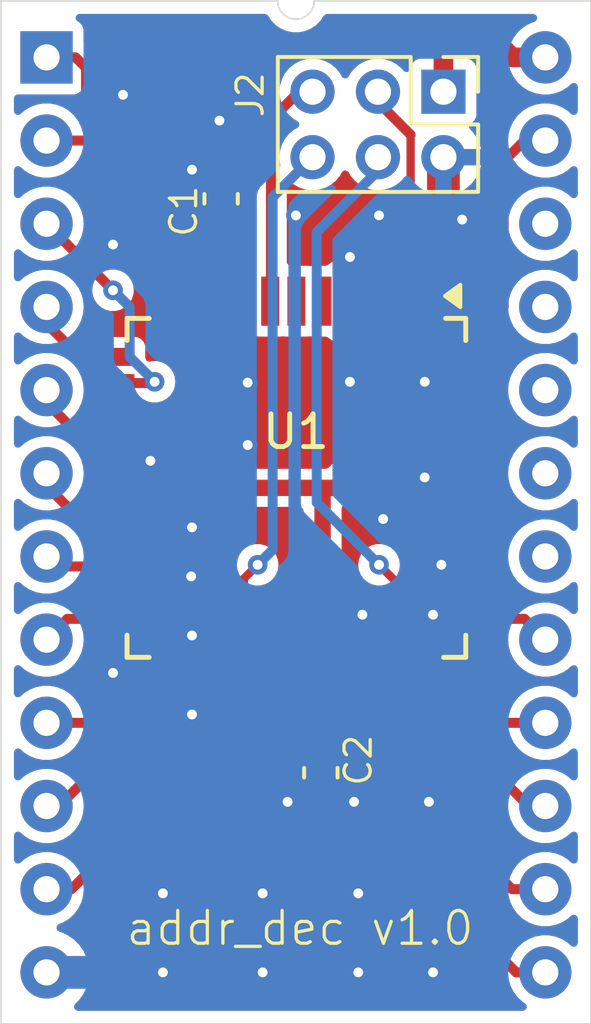
<source format=kicad_pcb>
(kicad_pcb (version 20240108) (generator "pcbnew") (generator_version "8.0")
  (layers (0 "F.Cu" signal) (31 "B.Cu" signal) (34 "B.Paste" user) (35 "F.Paste" user) (36 "B.SilkS" user "B.Silkscreen") (37 "F.SilkS" user "F.Silkscreen") (38 "B.Mask" user) (39 "F.Mask" user) (44 "Edge.Cuts" user))
  (net 0 "")
  (net 4 "GND")
  (net 6 "+5V")
  (net 7 "/TCK")
  (net 10 "/TDO")
  (net 12 "/TMS")
  (net 18 "/TDI")
  (net 21 "/A1")
  (net 22 "/A2")
  (net 23 "/A6")
  (net 24 "/D5")
  (net 25 "/A5")
  (net 26 "/A0")
  (net 27 "/D6")
  (net 28 "/D7")
  (net 29 "/A7")
  (net 30 "/D4")
  (net 31 "/D3")
  (net 32 "/D2")
  (net 33 "/A3")
  (net 34 "/D1")
  (net 35 "/A8")
  (net 36 "/A4")
  (net 37 "/D0")
  (footprint "Capacitor_SMD:C_0603_1608Metric_Pad1.08x0.95mm_HandSolder" (layer "F.Cu") (at 98.044 53.848 90)
    (property "Reference" "C1" (at -0.381 -1.143 90) (layer "F.SilkS") (effects (font (size 0.8 0.8) (thickness 0.1016) (bold yes))))
    (property "Value" "100nF" (hide yes))
    (fp_line (start -0.146267 -0.51) (end 0.146267 -0.51) (stroke (width 0.12)) (layer "F.SilkS"))
    (fp_line (start -0.146267 0.51) (end 0.146267 0.51) (stroke (width 0.12)) (layer "F.SilkS"))
    (pad "1" smd roundrect (at -0.8625 0 90) (size 1.075 0.95) (layers "F.Cu" "F.Paste" "F.Mask") (net 6 "+5V"))
    (pad "2" smd roundrect (at 0.8625 0 90) (size 1.075 0.95) (layers "F.Cu" "F.Paste" "F.Mask") (net 4 "GND"))
  )
  (footprint "Connector_PinHeader_2.00mm:PinHeader_2x03_P2.00mm_Vertical" (layer "F.Cu") (at 104.838 50.578 -90)
    (property "Reference" "J2" (at 0.095 5.905 90) (layer "F.SilkS") (effects (font (size 0.8 0.8) (thickness 0.1016) (bold yes))))
    (property "Value" "JTAG" (hide yes))
    (fp_line (start -1.06 5.06) (end 3.06 5.06) (stroke (width 0.12)) (layer "F.SilkS"))
    (fp_line (start -1.06 1) (end -1.06 5.06) (stroke (width 0.12)) (layer "F.SilkS"))
    (fp_line (start -1.06 1) (end 1 1) (stroke (width 0.12)) (layer "F.SilkS"))
    (fp_line (start 1 1) (end 1 -1.06) (stroke (width 0.12)) (layer "F.SilkS"))
    (fp_line (start -1.06 0) (end -1.06 -1.06) (stroke (width 0.12)) (layer "F.SilkS"))
    (fp_line (start -1.06 -1.06) (end 0 -1.06) (stroke (width 0.12)) (layer "F.SilkS"))
    (fp_line (start 1 -1.06) (end 3.06 -1.06) (stroke (width 0.12)) (layer "F.SilkS"))
    (fp_line (start 3.06 -1.06) (end 3.06 5.06) (stroke (width 0.12)) (layer "F.SilkS"))
    (pad "1" thru_hole rect (at 0 0 270) (size 1.35 1.35) (drill 0.8) (layers "*.Cu" "*.Mask") (net 6 "+5V"))
    (pad "2" thru_hole oval (at 2 0 270) (size 1.35 1.35) (drill 0.8) (layers "*.Cu" "*.Mask") (net 4 "GND"))
    (pad "3" thru_hole oval (at 0 2 270) (size 1.35 1.35) (drill 0.8) (layers "*.Cu" "*.Mask") (net 18 "/TDI"))
    (pad "4" thru_hole oval (at 2 2 270) (size 1.35 1.35) (drill 0.8) (layers "*.Cu" "*.Mask") (net 10 "/TDO"))
    (pad "5" thru_hole oval (at 0 4 270) (size 1.35 1.35) (drill 0.8) (layers "*.Cu" "*.Mask") (net 12 "/TMS"))
    (pad "6" thru_hole oval (at 2 4 270) (size 1.35 1.35) (drill 0.8) (layers "*.Cu" "*.Mask") (net 7 "/TCK"))
  )
  (footprint "Capacitor_SMD:C_0603_1608Metric_Pad1.08x0.95mm_HandSolder" (layer "F.Cu") (at 101.092 71.374 -90)
    (property "Reference" "C2" (at -0.381 -1.143 90) (layer "F.SilkS") (effects (font (size 0.8 0.8) (thickness 0.1016))))
    (property "Value" "100nF" (hide yes))
    (fp_line (start -0.146267 0.51) (end 0.146267 0.51) (stroke (width 0.12)) (layer "F.SilkS"))
    (fp_line (start -0.146267 -0.51) (end 0.146267 -0.51) (stroke (width 0.12)) (layer "F.SilkS"))
    (pad "1" smd roundrect (at -0.8625 0 270) (size 1.075 0.95) (layers "F.Cu" "F.Paste" "F.Mask") (net 6 "+5V"))
    (pad "2" smd roundrect (at 0.8625 0 270) (size 1.075 0.95) (layers "F.Cu" "F.Paste" "F.Mask") (net 4 "GND"))
  )
  (footprint "addr_dec:DIP-24_W15.24mm" (layer "F.Cu") (at 92.71 49.53)
    (property "Reference" "J1" (hide yes))
    (property "Value" "Plug" (hide yes))
    (pad "1" thru_hole rect (at 0 0) (size 1.6 1.6) (drill 0.8) (layers "*.Cu" "*.Mask") (net 29 "/A7"))
    (pad "2" thru_hole oval (at 0 2.54) (size 1.6 1.6) (drill 0.8) (layers "*.Cu" "*.Mask") (net 23 "/A6"))
    (pad "3" thru_hole oval (at 0 5.08) (size 1.6 1.6) (drill 0.8) (layers "*.Cu" "*.Mask") (net 25 "/A5"))
    (pad "4" thru_hole oval (at 0 7.62) (size 1.6 1.6) (drill 0.8) (layers "*.Cu" "*.Mask") (net 36 "/A4"))
    (pad "5" thru_hole oval (at 0 10.16) (size 1.6 1.6) (drill 0.8) (layers "*.Cu" "*.Mask") (net 33 "/A3"))
    (pad "6" thru_hole oval (at 0 12.7) (size 1.6 1.6) (drill 0.8) (layers "*.Cu" "*.Mask") (net 22 "/A2"))
    (pad "7" thru_hole oval (at 0 15.24) (size 1.6 1.6) (drill 0.8) (layers "*.Cu" "*.Mask") (net 21 "/A1"))
    (pad "8" thru_hole oval (at 0 17.78) (size 1.6 1.6) (drill 0.8) (layers "*.Cu" "*.Mask") (net 26 "/A0"))
    (pad "9" thru_hole oval (at 0 20.32) (size 1.6 1.6) (drill 0.8) (layers "*.Cu" "*.Mask") (net 37 "/D0"))
    (pad "10" thru_hole oval (at 0 22.86) (size 1.6 1.6) (drill 0.8) (layers "*.Cu" "*.Mask") (net 34 "/D1"))
    (pad "11" thru_hole oval (at 0 25.4) (size 1.6 1.6) (drill 0.8) (layers "*.Cu" "*.Mask") (net 32 "/D2"))
    (pad "12" thru_hole oval (at 0 27.94) (size 1.6 1.6) (drill 0.8) (layers "*.Cu" "*.Mask") (net 4 "GND"))
    (pad "13" thru_hole oval (at 15.24 27.94) (size 1.6 1.6) (drill 0.8) (layers "*.Cu" "*.Mask") (net 31 "/D3"))
    (pad "14" thru_hole oval (at 15.24 25.4) (size 1.6 1.6) (drill 0.8) (layers "*.Cu" "*.Mask") (net 30 "/D4"))
    (pad "15" thru_hole oval (at 15.24 22.86) (size 1.6 1.6) (drill 0.8) (layers "*.Cu" "*.Mask") (net 24 "/D5"))
    (pad "16" thru_hole oval (at 15.24 20.32) (size 1.6 1.6) (drill 0.8) (layers "*.Cu" "*.Mask") (net 27 "/D6"))
    (pad "17" thru_hole oval (at 15.24 17.78) (size 1.6 1.6) (drill 0.8) (layers "*.Cu" "*.Mask") (net 28 "/D7"))
    (pad "18" thru_hole oval (at 15.24 15.24) (size 1.6 1.6) (drill 0.8) (layers "*.Cu" "*.Mask"))
    (pad "19" thru_hole oval (at 15.24 12.7) (size 1.6 1.6) (drill 0.8) (layers "*.Cu" "*.Mask"))
    (pad "20" thru_hole oval (at 15.24 10.16) (size 1.6 1.6) (drill 0.8) (layers "*.Cu" "*.Mask"))
    (pad "21" thru_hole oval (at 15.24 7.62) (size 1.6 1.6) (drill 0.8) (layers "*.Cu" "*.Mask"))
    (pad "22" thru_hole oval (at 15.24 5.08) (size 1.6 1.6) (drill 0.8) (layers "*.Cu" "*.Mask"))
    (pad "23" thru_hole oval (at 15.24 2.54) (size 1.6 1.6) (drill 0.8) (layers "*.Cu" "*.Mask") (net 35 "/A8"))
    (pad "24" thru_hole oval (at 15.24 0) (size 1.6 1.6) (drill 0.8) (layers "*.Cu" "*.Mask") (net 6 "+5V"))
  )
  (footprint "Package_QFP:TQFP-44_10x10mm_P0.8mm" (layer "F.Cu") (at 100.345 62.675 -90)
    (property "Reference" "U1" (at -1.715 0.015 180) (layer "F.SilkS"))
    (property "Value" "ATF1502AS-xAx44" (hide yes))
    (fp_line (start -5.175 5.175) (end -4.5 5.175) (stroke (width 0.15)) (layer "F.SilkS"))
    (fp_line (start -5.175 5.175) (end -5.175 4.5) (stroke (width 0.15)) (layer "F.SilkS"))
    (fp_line (start 5.175 5.175) (end 4.5 5.175) (stroke (width 0.15)) (layer "F.SilkS"))
    (fp_line (start 5.175 5.175) (end 5.175 4.5) (stroke (width 0.15)) (layer "F.SilkS"))
    (fp_line (start -5.175 -5.175) (end -5.175 -4.56) (stroke (width 0.15)) (layer "F.SilkS"))
    (fp_line (start -5.175 -5.175) (end -4.5 -5.175) (stroke (width 0.15)) (layer "F.SilkS"))
    (fp_line (start 5.175 -5.175) (end 5.175 -4.5) (stroke (width 0.15)) (layer "F.SilkS"))
    (fp_line (start 5.175 -5.175) (end 4.5 -5.175) (stroke (width 0.15)) (layer "F.SilkS"))
    (fp_poly (pts (xy -5.86 -4.54) (xy -6.2 -5.01) (xy -5.52 -5.01) (xy -5.86 -4.54)) (stroke (width 0.12)) (fill solid) (layer "F.SilkS"))
    (pad "1" smd rect (at -5.7 -4 270) (size 1.5 0.55) (layers "F.Cu" "F.Paste" "F.Mask") (net 18 "/TDI"))
    (pad "2" smd rect (at -5.7 -3.2 270) (size 1.5 0.55) (layers "F.Cu" "F.Paste" "F.Mask"))
    (pad "3" smd rect (at -5.7 -2.4 270) (size 1.5 0.55) (layers "F.Cu" "F.Paste" "F.Mask"))
    (pad "4" smd rect (at -5.7 -1.6 270) (size 1.5 0.55) (layers "F.Cu" "F.Paste" "F.Mask") (net 4 "GND"))
    (pad "5" smd rect (at -5.7 -0.8 270) (size 1.5 0.55) (layers "F.Cu" "F.Paste" "F.Mask"))
    (pad "6" smd rect (at -5.7 0 270) (size 1.5 0.55) (layers "F.Cu" "F.Paste" "F.Mask"))
    (pad "7" smd rect (at -5.7 0.8 270) (size 1.5 0.55) (layers "F.Cu" "F.Paste" "F.Mask") (net 12 "/TMS"))
    (pad "8" smd rect (at -5.7 1.6 270) (size 1.5 0.55) (layers "F.Cu" "F.Paste" "F.Mask"))
    (pad "9" smd rect (at -5.7 2.4 270) (size 1.5 0.55) (layers "F.Cu" "F.Paste" "F.Mask") (net 6 "+5V"))
    (pad "10" smd rect (at -5.7 3.2 270) (size 1.5 0.55) (layers "F.Cu" "F.Paste" "F.Mask") (net 29 "/A7"))
    (pad "11" smd rect (at -5.7 4 270) (size 1.5 0.55) (layers "F.Cu" "F.Paste" "F.Mask") (net 23 "/A6"))
    (pad "12" smd rect (at -4 5.7) (size 1.5 0.55) (layers "F.Cu" "F.Paste" "F.Mask") (net 36 "/A4"))
    (pad "13" smd rect (at -3.2 5.7) (size 1.5 0.55) (layers "F.Cu" "F.Paste" "F.Mask") (net 25 "/A5"))
    (pad "14" smd rect (at -2.4 5.7) (size 1.5 0.55) (layers "F.Cu" "F.Paste" "F.Mask"))
    (pad "15" smd rect (at -1.6 5.7) (size 1.5 0.55) (layers "F.Cu" "F.Paste" "F.Mask") (net 33 "/A3"))
    (pad "16" smd rect (at -0.8 5.7) (size 1.5 0.55) (layers "F.Cu" "F.Paste" "F.Mask") (net 4 "GND"))
    (pad "17" smd rect (at 0 5.7) (size 1.5 0.55) (layers "F.Cu" "F.Paste" "F.Mask") (net 6 "+5V"))
    (pad "18" smd rect (at 0.8 5.7) (size 1.5 0.55) (layers "F.Cu" "F.Paste" "F.Mask") (net 22 "/A2"))
    (pad "19" smd rect (at 1.6 5.7) (size 1.5 0.55) (layers "F.Cu" "F.Paste" "F.Mask"))
    (pad "20" smd rect (at 2.4 5.7) (size 1.5 0.55) (layers "F.Cu" "F.Paste" "F.Mask") (net 21 "/A1"))
    (pad "21" smd rect (at 3.2 5.7) (size 1.5 0.55) (layers "F.Cu" "F.Paste" "F.Mask"))
    (pad "22" smd rect (at 4 5.7) (size 1.5 0.55) (layers "F.Cu" "F.Paste" "F.Mask") (net 26 "/A0"))
    (pad "23" smd rect (at 5.7 4 270) (size 1.5 0.55) (layers "F.Cu" "F.Paste" "F.Mask") (net 37 "/D0"))
    (pad "24" smd rect (at 5.7 3.2 270) (size 1.5 0.55) (layers "F.Cu" "F.Paste" "F.Mask") (net 4 "GND"))
    (pad "25" smd rect (at 5.7 2.4 270) (size 1.5 0.55) (layers "F.Cu" "F.Paste" "F.Mask") (net 34 "/D1"))
    (pad "26" smd rect (at 5.7 1.6 270) (size 1.5 0.55) (layers "F.Cu" "F.Paste" "F.Mask") (net 7 "/TCK"))
    (pad "27" smd rect (at 5.7 0.8 270) (size 1.5 0.55) (layers "F.Cu" "F.Paste" "F.Mask") (net 32 "/D2"))
    (pad "28" smd rect (at 5.7 0 270) (size 1.5 0.55) (layers "F.Cu" "F.Paste" "F.Mask") (net 31 "/D3"))
    (pad "29" smd rect (at 5.7 -0.8 270) (size 1.5 0.55) (layers "F.Cu" "F.Paste" "F.Mask") (net 6 "+5V"))
    (pad "30" smd rect (at 5.7 -1.6 270) (size 1.5 0.55) (layers "F.Cu" "F.Paste" "F.Mask") (net 30 "/D4"))
    (pad "31" smd rect (at 5.7 -2.4 270) (size 1.5 0.55) (layers "F.Cu" "F.Paste" "F.Mask") (net 24 "/D5"))
    (pad "32" smd rect (at 5.7 -3.2 270) (size 1.5 0.55) (layers "F.Cu" "F.Paste" "F.Mask") (net 10 "/TDO"))
    (pad "33" smd rect (at 5.7 -4 270) (size 1.5 0.55) (layers "F.Cu" "F.Paste" "F.Mask") (net 27 "/D6"))
    (pad "34" smd rect (at 4 -5.7) (size 1.5 0.55) (layers "F.Cu" "F.Paste" "F.Mask") (net 28 "/D7"))
    (pad "35" smd rect (at 3.2 -5.7) (size 1.5 0.55) (layers "F.Cu" "F.Paste" "F.Mask"))
    (pad "36" smd rect (at 2.4 -5.7) (size 1.5 0.55) (layers "F.Cu" "F.Paste" "F.Mask") (net 4 "GND"))
    (pad "37" smd rect (at 1.6 -5.7) (size 1.5 0.55) (layers "F.Cu" "F.Paste" "F.Mask"))
    (pad "38" smd rect (at 0.8 -5.7) (size 1.5 0.55) (layers "F.Cu" "F.Paste" "F.Mask"))
    (pad "39" smd rect (at 0 -5.7) (size 1.5 0.55) (layers "F.Cu" "F.Paste" "F.Mask"))
    (pad "40" smd rect (at -0.8 -5.7) (size 1.5 0.55) (layers "F.Cu" "F.Paste" "F.Mask"))
    (pad "41" smd rect (at -1.6 -5.7) (size 1.5 0.55) (layers "F.Cu" "F.Paste" "F.Mask") (net 6 "+5V"))
    (pad "42" smd rect (at -2.4 -5.7) (size 1.5 0.55) (layers "F.Cu" "F.Paste" "F.Mask"))
    (pad "43" smd rect (at -3.2 -5.7) (size 1.5 0.55) (layers "F.Cu" "F.Paste" "F.Mask"))
    (pad "44" smd rect (at -4 -5.7) (size 1.5 0.55) (layers "F.Cu" "F.Paste" "F.Mask") (net 35 "/A8"))
  )
  (gr_arc (start 100.8888 47.8028) (mid 100.33 48.3616) (end 99.7712 47.8028) (stroke (width 0.05)) (layer "Edge.Cuts"))
  (gr_line (start 91.313 47.8028) (end 99.7712 47.8028) (stroke (width 0.05)) (layer "Edge.Cuts"))
  (gr_line (start 109.347 47.8028) (end 109.347 79.0448) (stroke (width 0.05)) (layer "Edge.Cuts"))
  (gr_line (start 109.347 47.8028) (end 100.8888 47.8028) (stroke (width 0.05)) (layer "Edge.Cuts"))
  (gr_line (start 109.347 79.0448) (end 91.313 79.0448) (stroke (width 0.05)) (layer "Edge.Cuts"))
  (gr_line (start 91.313 79.0448) (end 91.313 47.8028) (stroke (width 0.05)) (layer "Edge.Cuts"))
  (gr_text "addr_dec v1.0" (at 100.457 76.708 0) (layer "F.SilkS") (effects (font (size 1 1) (thickness 0.1)) (justify bottom)))
  (segment (start 106.045 65.075) (end 104.826 65.075) (width 0.3048) (layer "F.Cu") (net 4))
  (segment (start 104.826 65.075) (end 104.775 65.024) (width 0.3048) (layer "F.Cu") (net 4))
  (segment (start 97.155 67.183) (end 97.155 68.326) (width 0.254) (layer "F.Cu") (net 4))
  (segment (start 94.645 61.875) (end 95.859 61.875) (width 0.254) (layer "F.Cu") (net 4))
  (segment (start 102.108 72.263) (end 100.076 72.263) (width 0.254) (layer "F.Cu") (net 4))
  (segment (start 101.981 55.626) (end 101.981 56.896) (width 0.3048) (layer "F.Cu") (net 4))
  (segment (start 104.838 52.578) (end 104.838 53.911) (width 1) (layer "F.Cu") (net 4))
  (segment (start 97.155 69.596) (end 97.155 68.453) (width 0.254) (layer "F.Cu") (net 4))
  (segment (start 104.838 53.911) (end 105.41 54.483) (width 1) (layer "F.Cu") (net 4))
  (segment (start 95.859 61.875) (end 95.885 61.849) (width 0.254) (layer "F.Cu") (net 4))
  (via (at 96.266 77.47) (size 0.6) (drill 0.3) (layers "F.Cu" "B.Cu") (net 4))
  (via (at 95.885 61.849) (size 0.6) (drill 0.3) (layers "F.Cu" "B.Cu") (net 4))
  (via (at 104.521 66.548) (size 0.6) (drill 0.3) (layers "F.Cu" "B.Cu") (net 4))
  (via (at 102.87 54.356) (size 0.6) (drill 0.3) (layers "F.Cu" "B.Cu") (net 4))
  (via (at 102.997 63.627) (size 0.6) (drill 0.3) (layers "F.Cu" "B.Cu") (net 4))
  (via (at 97.155 52.959) (size 0.6) (drill 0.3) (layers "F.Cu" "B.Cu") (net 4))
  (via (at 98.8568 59.4614) (size 0.6) (drill 0.3) (layers "F.Cu" "B.Cu") (net 4))
  (via (at 99.314 77.47) (size 0.6) (drill 0.3) (layers "F.Cu" "B.Cu") (net 4))
  (via (at 102.362 66.548) (size 0.6) (drill 0.3) (layers "F.Cu" "B.Cu") (net 4))
  (via (at 96.266 75.057) (size 0.6) (drill 0.3) (layers "F.Cu" "B.Cu") (net 4))
  (via (at 102.235 75.057) (size 0.6) (drill 0.3) (layers "F.Cu" "B.Cu") (net 4))
  (via (at 104.775 65.024) (size 0.6) (drill 0.3) (layers "F.Cu" "B.Cu") (net 4))
  (via (at 94.742 55.245) (size 0.6) (drill 0.3) (layers "F.Cu" "B.Cu") (net 4))
  (via (at 105.41 54.483) (size 0.6) (drill 0.3) (layers "F.Cu" "B.Cu") (net 4))
  (via (at 97.155 63.881) (size 0.6) (drill 0.3) (layers "F.Cu" "B.Cu") (net 4))
  (via (at 100.076 72.263) (size 0.6) (drill 0.3) (layers "F.Cu" "B.Cu") (net 4))
  (via (at 101.981 55.626) (size 0.6) (drill 0.3) (layers "F.Cu" "B.Cu") (net 4))
  (via (at 97.155 69.596) (size 0.6) (drill 0.3) (layers "F.Cu" "B.Cu") (net 4))
  (via (at 98.8568 61.3664) (size 0.6) (drill 0.3) (layers "F.Cu" "B.Cu") (net 4))
  (via (at 102.235 77.47) (size 0.6) (drill 0.3) (layers "F.Cu" "B.Cu") (net 4))
  (via (at 97.1296 65.3796) (size 0.6) (drill 0.3) (layers "F.Cu" "B.Cu") (net 4))
  (via (at 104.394 72.263) (size 0.6) (drill 0.3) (layers "F.Cu" "B.Cu") (net 4))
  (via (at 95.0468 50.673) (size 0.6) (drill 0.3) (layers "F.Cu" "B.Cu") (net 4))
  (via (at 94.742 68.326) (size 0.6) (drill 0.3) (layers "F.Cu" "B.Cu") (net 4))
  (via (at 99.314 75.057) (size 0.6) (drill 0.3) (layers "F.Cu" "B.Cu") (net 4))
  (via (at 104.267 59.436) (size 0.6) (drill 0.3) (layers "F.Cu" "B.Cu") (net 4))
  (via (at 100.33 54.356) (size 0.6) (drill 0.3) (layers "F.Cu" "B.Cu") (net 4))
  (via (at 102.108 72.263) (size 0.6) (drill 0.3) (layers "F.Cu" "B.Cu") (net 4))
  (via (at 104.521 77.47) (size 0.6) (drill 0.3) (layers "F.Cu" "B.Cu") (net 4))
  (via (at 97.9932 51.4604) (size 0.6) (drill 0.3) (layers "F.Cu" "B.Cu") (net 4))
  (via (at 101.981 59.436) (size 0.6) (drill 0.3) (layers "F.Cu" "B.Cu") (net 4))
  (via (at 104.267 62.357) (size 0.6) (drill 0.3) (layers "F.Cu" "B.Cu") (net 4))
  (via (at 97.155 67.183) (size 0.6) (drill 0.3) (layers "F.Cu" "B.Cu") (net 4))
  (segment (start 92.71 77.47) (end 94.742 77.47) (width 1) (layer "B.Cu") (net 4))
  (segment (start 97.4598 49.2252) (end 106.6292 49.2252) (width 0.6) (layer "F.Cu") (net 6))
  (segment (start 97.853 62.675) (end 101.219 62.675) (width 0.5) (layer "F.Cu") (net 6))
  (segment (start 97.945 54.836) (end 98.044 54.737) (width 0.254) (layer "F.Cu") (net 6))
  (segment (start 101.145 62.749) (end 101.219 62.675) (width 0.5) (layer "F.Cu") (net 6))
  (segment (start 101.145 68.375) (end 101.145 70.432) (width 0.5) (layer "F.Cu") (net 6))
  (segment (start 101.145 70.432) (end 101.092 70.485) (width 0.254) (layer "F.Cu") (net 6))
  (segment (start 101.219 62.675) (end 101.536 62.675) (width 0.5) (layer "F.Cu") (net 6))
  (segment (start 106.934 49.53) (end 107.95 49.53) (width 0.6) (layer "F.Cu") (net 6))
  (segment (start 97.853 62.675) (end 97.945 62.583) (width 0.5) (layer "F.Cu") (net 6))
  (segment (start 94.645 62.675) (end 97.853 62.675) (width 0.5) (layer "F.Cu") (net 6))
  (segment (start 104.838 50.578) (end 104.838 49.2252) (width 0.6) (layer "F.Cu") (net 6))
  (segment (start 106.6292 49.2252) (end 106.934 49.53) (width 0.6) (layer "F.Cu") (net 6))
  (segment (start 101.536 62.675) (end 103.124 61.087) (width 0.5) (layer "F.Cu") (net 6))
  (segment (start 98.044 54.737) (end 97.155 54.737) (width 0.6) (layer "F.Cu") (net 6))
  (segment (start 101.145 68.375) (end 101.145 62.749) (width 0.5) (layer "F.Cu") (net 6))
  (segment (start 97.945 56.975) (end 97.945 54.836) (width 0.5) (layer "F.Cu") (net 6))
  (segment (start 103.124 61.087) (end 106.045 61.087) (width 0.5) (layer "F.Cu") (net 6))
  (segment (start 97.945 62.583) (end 97.945 56.975) (width 0.5) (layer "F.Cu") (net 6))
  (segment (start 96.1644 50.5206) (end 97.4598 49.2252) (width 0.6) (layer "F.Cu") (net 6))
  (segment (start 97.155 54.737) (end 96.1644 53.7464) (width 0.6) (layer "F.Cu") (net 6))
  (segment (start 96.1644 53.7464) (end 96.1644 50.5206) (width 0.6) (layer "F.Cu") (net 6))
  (segment (start 98.745 65.4406) (end 98.745 68.375) (width 0.254) (layer "F.Cu") (net 7))
  (segment (start 99.1616 65.024) (end 98.745 65.4406) (width 0.254) (layer "F.Cu") (net 7))
  (via (at 99.1616 65.024) (size 0.6) (drill 0.3) (layers "F.Cu" "B.Cu") (net 7))
  (segment (start 99.6188 53.7972) (end 100.838 52.578) (width 0.3048) (layer "B.Cu") (net 7))
  (segment (start 99.6188 64.5668) (end 99.6188 53.7972) (width 0.3048) (layer "B.Cu") (net 7))
  (segment (start 99.1616 65.024) (end 99.6188 64.5668) (width 0.3048) (layer "B.Cu") (net 7))
  (segment (start 103.545 65.699) (end 102.87 65.024) (width 0.254) (layer "F.Cu") (net 10))
  (segment (start 103.545 68.375) (end 103.545 65.699) (width 0.254) (layer "F.Cu") (net 10))
  (via (at 102.87 65.024) (size 0.6) (drill 0.3) (layers "F.Cu" "B.Cu") (net 10))
  (segment (start 102.838 52.991) (end 100.965 54.864) (width 0.3048) (layer "B.Cu") (net 10))
  (segment (start 100.965 63.119) (end 102.87 65.024) (width 0.3048) (layer "B.Cu") (net 10))
  (segment (start 100.965 54.864) (end 100.965 63.119) (width 0.3048) (layer "B.Cu") (net 10))
  (segment (start 102.838 52.578) (end 102.838 52.991) (width 0.3048) (layer "B.Cu") (net 10))
  (segment (start 99.568 51.435) (end 99.568 53.4924) (width 0.3048) (layer "F.Cu") (net 12))
  (segment (start 100.838 50.578) (end 100.425 50.578) (width 0.3048) (layer "F.Cu") (net 12))
  (segment (start 100.425 50.578) (end 99.568 51.435) (width 0.3048) (layer "F.Cu") (net 12))
  (segment (start 99.568 53.4924) (end 99.568 56.896) (width 0.3048) (layer "F.Cu") (net 12))
  (segment (start 102.838 50.895) (end 102.838 50.578) (width 0.3048) (layer "F.Cu") (net 18))
  (segment (start 103.8352 53.721) (end 103.8352 51.8922) (width 0.254) (layer "F.Cu") (net 18))
  (segment (start 104.345 56.975) (end 104.345 55.577) (width 0.3048) (layer "F.Cu") (net 18))
  (segment (start 103.8352 55.0672) (end 103.8352 53.721) (width 0.3048) (layer "F.Cu") (net 18))
  (segment (start 104.345 55.577) (end 103.8352 55.0672) (width 0.3048) (layer "F.Cu") (net 18))
  (segment (start 103.8352 51.8922) (end 102.838 50.895) (width 0.3048) (layer "F.Cu") (net 18))
  (segment (start 93.015 65.075) (end 92.71 64.77) (width 0.3048) (layer "F.Cu") (net 21))
  (segment (start 94.645 65.075) (end 93.015 65.075) (width 0.3048) (layer "F.Cu") (net 21))
  (segment (start 93.574 63.475) (end 92.71 62.611) (width 0.3048) (layer "F.Cu") (net 22))
  (segment (start 92.71 62.611) (end 92.71 62.23) (width 0.3048) (layer "F.Cu") (net 22))
  (segment (start 94.645 63.475) (end 93.574 63.475) (width 0.3048) (layer "F.Cu") (net 22))
  (segment (start 96.345 55.832) (end 94.361 53.848) (width 0.3048) (layer "F.Cu") (net 23))
  (segment (start 94.361 52.451) (end 93.98 52.07) (width 0.3048) (layer "F.Cu") (net 23))
  (segment (start 94.361 53.848) (end 94.361 52.451) (width 0.3048) (layer "F.Cu") (net 23))
  (segment (start 93.98 52.07) (end 92.71 52.07) (width 0.3048) (layer "F.Cu") (net 23))
  (segment (start 96.345 56.975) (end 96.345 55.832) (width 0.3048) (layer "F.Cu") (net 23))
  (segment (start 107.95 72.39) (end 107.442 72.39) (width 0.3048) (layer "F.Cu") (net 24))
  (segment (start 105.537 70.485) (end 103.886 70.485) (width 0.3048) (layer "F.Cu") (net 24))
  (segment (start 107.442 72.39) (end 105.537 70.485) (width 0.3048) (layer "F.Cu") (net 24))
  (segment (start 102.743 69.342) (end 102.743 68.453) (width 0.3048) (layer "F.Cu") (net 24))
  (segment (start 103.886 70.485) (end 102.743 69.342) (width 0.3048) (layer "F.Cu") (net 24))
  (segment (start 95.973 59.475) (end 96.012 59.436) (width 0.254) (layer "F.Cu") (net 25))
  (segment (start 94.742 56.642) (end 92.71 54.61) (width 0.3048) (layer "F.Cu") (net 25))
  (segment (start 94.645 59.475) (end 95.973 59.475) (width 0.3048) (layer "F.Cu") (net 25))
  (via (at 94.742 56.642) (size 0.6) (drill 0.3) (layers "F.Cu" "B.Cu") (net 25))
  (via (at 96.012 59.436) (size 0.6) (drill 0.3) (layers "F.Cu" "B.Cu") (net 25))
  (segment (start 95.25 58.674) (end 96.012 59.436) (width 0.3048) (layer "B.Cu") (net 25))
  (segment (start 95.25 57.15) (end 95.25 58.674) (width 0.3048) (layer "B.Cu") (net 25))
  (segment (start 94.742 56.642) (end 95.25 57.15) (width 0.3048) (layer "B.Cu") (net 25))
  (segment (start 93.345 66.675) (end 92.71 67.31) (width 0.3048) (layer "F.Cu") (net 26))
  (segment (start 94.645 66.675) (end 93.345 66.675) (width 0.3048) (layer "F.Cu") (net 26))
  (segment (start 104.345 68.375) (end 104.345 69.293) (width 0.3048) (layer "F.Cu") (net 27))
  (segment (start 104.345 69.293) (end 104.902 69.85) (width 0.3048) (layer "F.Cu") (net 27))
  (segment (start 104.902 69.85) (end 107.95 69.85) (width 0.3048) (layer "F.Cu") (net 27))
  (segment (start 107.95 67.31) (end 107.315 66.675) (width 0.3048) (layer "F.Cu") (net 28))
  (segment (start 107.315 66.675) (end 106.045 66.675) (width 0.3048) (layer "F.Cu") (net 28))
  (segment (start 93.9165 51.1175) (end 93.9165 49.8475) (width 0.3048) (layer "F.Cu") (net 29))
  (segment (start 97.145 55.87) (end 94.869 53.594) (width 0.3048) (layer "F.Cu") (net 29))
  (segment (start 94.869 53.594) (end 94.869 52.07) (width 0.3048) (layer "F.Cu") (net 29))
  (segment (start 97.145 56.975) (end 97.145 55.87) (width 0.3048) (layer "F.Cu") (net 29))
  (segment (start 93.9165 49.8475) (end 93.599 49.53) (width 0.3048) (layer "F.Cu") (net 29))
  (segment (start 93.599 49.53) (end 92.71 49.53) (width 0.3048) (layer "F.Cu") (net 29))
  (segment (start 94.869 52.07) (end 93.9165 51.1175) (width 0.3048) (layer "F.Cu") (net 29))
  (segment (start 104.9782 70.993) (end 106.299 72.3138) (width 0.3048) (layer "F.Cu") (net 30))
  (segment (start 103.632 70.993) (end 104.9782 70.993) (width 0.3048) (layer "F.Cu") (net 30))
  (segment (start 101.945 68.375) (end 101.945 69.306) (width 0.3048) (layer "F.Cu") (net 30))
  (segment (start 106.299 74.295) (end 106.934 74.93) (width 0.3048) (layer "F.Cu") (net 30))
  (segment (start 101.945 69.306) (end 103.632 70.993) (width 0.3048) (layer "F.Cu") (net 30))
  (segment (start 106.299 72.3138) (end 106.299 74.295) (width 0.3048) (layer "F.Cu") (net 30))
  (segment (start 106.934 74.93) (end 107.95 74.93) (width 0.3048) (layer "F.Cu") (net 30))
  (segment (start 103.7082 74.1172) (end 107.061 77.47) (width 0.3048) (layer "F.Cu") (net 31))
  (segment (start 100.345 69.454) (end 99.314 70.485) (width 0.3048) (layer "F.Cu") (net 31))
  (segment (start 99.314 73.1012) (end 100.33 74.1172) (width 0.3048) (layer "F.Cu") (net 31))
  (segment (start 100.33 74.1172) (end 103.7082 74.1172) (width 0.3048) (layer "F.Cu") (net 31))
  (segment (start 107.061 77.47) (end 107.95 77.47) (width 0.3048) (layer "F.Cu") (net 31))
  (segment (start 100.345 68.375) (end 100.345 69.454) (width 0.3048) (layer "F.Cu") (net 31))
  (segment (start 99.314 70.485) (end 99.314 73.1012) (width 0.3048) (layer "F.Cu") (net 31))
  (segment (start 92.71 74.93) (end 93.472 74.93) (width 0.3048) (layer "F.Cu") (net 32))
  (segment (start 93.472 74.93) (end 94.234 74.168) (width 0.3048) (layer "F.Cu") (net 32))
  (segment (start 99.568 69.469) (end 99.568 68.453) (width 0.3048) (layer "F.Cu") (net 32))
  (segment (start 94.234 72.136) (end 95.123 71.247) (width 0.3048) (layer "F.Cu") (net 32))
  (segment (start 94.234 74.168) (end 94.234 72.136) (width 0.3048) (layer "F.Cu") (net 32))
  (segment (start 95.123 71.247) (end 97.79 71.247) (width 0.3048) (layer "F.Cu") (net 32))
  (segment (start 97.79 71.247) (end 99.568 69.469) (width 0.3048) (layer "F.Cu") (net 32))
  (segment (start 93.714 61.075) (end 92.71 60.071) (width 0.3048) (layer "F.Cu") (net 33))
  (segment (start 92.71 60.071) (end 92.71 59.69) (width 0.3048) (layer "F.Cu") (net 33))
  (segment (start 94.645 61.075) (end 93.714 61.075) (width 0.3048) (layer "F.Cu") (net 33))
  (segment (start 94.742 70.739) (end 97.155 70.739) (width 0.3048) (layer "F.Cu") (net 34))
  (segment (start 97.155 70.739) (end 97.917 69.977) (width 0.3048) (layer "F.Cu") (net 34))
  (segment (start 93.091 72.39) (end 94.742 70.739) (width 0.3048) (layer "F.Cu") (net 34))
  (segment (start 97.917 69.977) (end 97.917 68.453) (width 0.3048) (layer "F.Cu") (net 34))
  (segment (start 92.71 72.39) (end 93.091 72.39) (width 0.254) (layer "F.Cu") (net 34))
  (segment (start 106.045 57.785) (end 106.68 57.15) (width 0.3048) (layer "F.Cu") (net 35))
  (segment (start 106.045 58.675) (end 106.045 57.785) (width 0.3048) (layer "F.Cu") (net 35))
  (segment (start 107.315 52.07) (end 107.95 52.07) (width 0.3048) (layer "F.Cu") (net 35))
  (segment (start 106.68 57.15) (end 106.68 52.705) (width 0.3048) (layer "F.Cu") (net 35))
  (segment (start 106.68 52.705) (end 107.315 52.07) (width 0.3048) (layer "F.Cu") (net 35))
  (segment (start 92.71 57.658) (end 92.71 57.15) (width 0.3048) (layer "F.Cu") (net 36))
  (segment (start 93.727 58.675) (end 92.71 57.658) (width 0.3048) (layer "F.Cu") (net 36))
  (segment (start 94.645 58.675) (end 93.727 58.675) (width 0.3048) (layer "F.Cu") (net 36))
  (segment (start 96.012 69.85) (end 96.3422 69.5198) (width 0.3048) (layer "F.Cu") (net 37))
  (segment (start 96.3422 69.5198) (end 96.3422 68.326) (width 0.3048) (layer "F.Cu") (net 37))
  (segment (start 92.71 69.85) (end 96.012 69.85) (width 0.3048) (layer "F.Cu") (net 37))
  (zone (net 4) (net_name "GND") (layers "F&B.Cu") (connect_pads (clearance 0.3302)) (min_thickness 0.25) (fill yes (thermal_gap 0.5) (thermal_bridge_width 0.5))
    (polygon (pts (xy 91.694 48.006) (xy 108.966 48.006) (xy 108.966 78.994) (xy 91.694 78.994)))
  )
)
</source>
